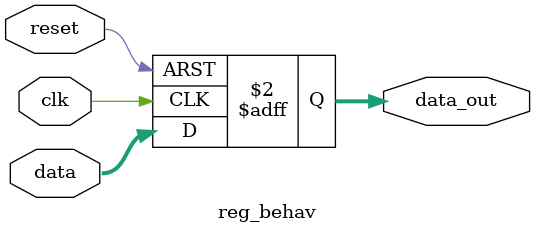
<source format=sv>
/*
The module defines a behavioural description of the register provided in Worksheet 1.  
Author: Arundathi Shaji Shanthini
*/

module reg_behav(input logic[7:0] data,input logic clk, reset, output reg[7:0] data_out);

	always_ff@(posedge clk or posedge reset) begin
	
		if(reset) begin
			data_out<=0;
		end
		
		else begin
			data_out<=data;
		end
	end
	
endmodule

</source>
